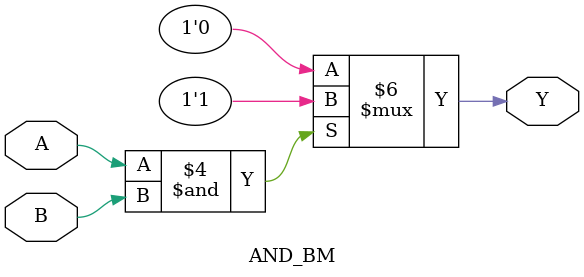
<source format=v>
/* AND Gate Behavioural Modelling
   This file conatains AND Gate module
   using Behavioural Modelling
*/

module AND_BM(output reg Y, input A, B);
    always @(A or B) begin
        if(A == 1'b1 & B == 1'b1) begin
            Y = 1'b1;
        end
        else
            Y = 1'b0;
    end
endmodule
</source>
